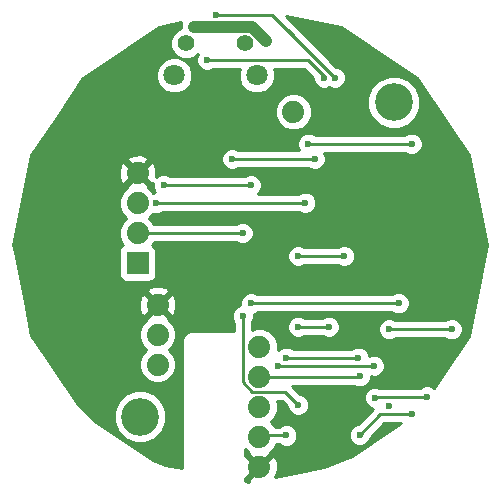
<source format=gbr>
%TF.GenerationSoftware,KiCad,Pcbnew,4.0.2+dfsg1-stable*%
%TF.CreationDate,2018-01-15T17:57:19-07:00*%
%TF.ProjectId,firefly2,66697265666C79322E6B696361645F70,rev?*%
%TF.FileFunction,Copper,L2,Bot,Signal*%
%FSLAX46Y46*%
G04 Gerber Fmt 4.6, Leading zero omitted, Abs format (unit mm)*
G04 Created by KiCad (PCBNEW 4.0.2+dfsg1-stable) date Mon 15 Jan 2018 05:57:19 PM MST*
%MOMM*%
G01*
G04 APERTURE LIST*
%ADD10C,0.100000*%
%ADD11C,1.879600*%
%ADD12C,1.408000*%
%ADD13C,1.800000*%
%ADD14R,1.879600X1.879600*%
%ADD15C,3.200000*%
%ADD16C,0.600000*%
%ADD17C,0.250000*%
%ADD18C,1.000000*%
%ADD19C,0.254000*%
G04 APERTURE END LIST*
D10*
D11*
X152200000Y-73600000D03*
X152200000Y-71060000D03*
X152200000Y-68520000D03*
X160800000Y-72100000D03*
X160800000Y-74640000D03*
X160800000Y-77180000D03*
X160800000Y-79720000D03*
X160800000Y-82260000D03*
D12*
X154600000Y-46400000D03*
X159600000Y-46400000D03*
D13*
X153600000Y-49100000D03*
X160600000Y-49100000D03*
D14*
X150500000Y-65000000D03*
D11*
X150500000Y-62460000D03*
X150500000Y-59920000D03*
X150500000Y-57380000D03*
X163700000Y-52200000D03*
D15*
X150700000Y-78000000D03*
X172200000Y-51400000D03*
D16*
X168000000Y-79500000D03*
X161900000Y-51050000D03*
X151050000Y-55450000D03*
X147850000Y-58650000D03*
X147900000Y-66700000D03*
X149450000Y-70150000D03*
X166500000Y-45150000D03*
X169700000Y-47900000D03*
X177100000Y-55050000D03*
X159500000Y-61000000D03*
X161400000Y-46200000D03*
X155273921Y-44995999D03*
X164964801Y-54900000D03*
X173700000Y-54900000D03*
X173700000Y-77800000D03*
X169300000Y-79550000D03*
X152700000Y-58400000D03*
X160100000Y-58400000D03*
X169300000Y-74600000D03*
X164100000Y-77000000D03*
X159400000Y-69500000D03*
X159400000Y-62450000D03*
X152074980Y-59939155D03*
X164700000Y-59900000D03*
X162400000Y-73700000D03*
X170500000Y-73700000D03*
X163100000Y-79600000D03*
X163100000Y-73000000D03*
X169200000Y-73000000D03*
X158500000Y-56200000D03*
X165500000Y-56200000D03*
X171800000Y-70600000D03*
X177100000Y-70600000D03*
X164074980Y-64400000D03*
X168000000Y-64400000D03*
X164074980Y-70400000D03*
X166700000Y-70400000D03*
X166300000Y-49300000D03*
X156400000Y-47800000D03*
X170600000Y-76400000D03*
X175000000Y-76300000D03*
X160100000Y-68400000D03*
X172600000Y-68400000D03*
X171800000Y-77100000D03*
X157100000Y-43995979D03*
X167200000Y-49300000D03*
D17*
X177100000Y-55050000D02*
X176800001Y-54750001D01*
X176800001Y-54750001D02*
X176749999Y-54750001D01*
D18*
X160195999Y-44995999D02*
X161400000Y-46200000D01*
X155273921Y-44995999D02*
X160195999Y-44995999D01*
D17*
X164964801Y-54900000D02*
X165700000Y-54900000D01*
X165700000Y-54900000D02*
X173700000Y-54900000D01*
X169300000Y-74600000D02*
X169250000Y-74650000D01*
X169250000Y-74650000D02*
X160810000Y-74650000D01*
X160810000Y-74650000D02*
X160800000Y-74640000D01*
X169300000Y-79550000D02*
X171050000Y-77800000D01*
X171050000Y-77800000D02*
X173700000Y-77800000D01*
X160100000Y-58400000D02*
X152700000Y-58400000D01*
X159400000Y-62450000D02*
X150510000Y-62450000D01*
X150510000Y-62450000D02*
X150500000Y-62460000D01*
X159400001Y-70000000D02*
X159400001Y-75111907D01*
X159400001Y-69799999D02*
X159400001Y-70000000D01*
X159400001Y-70000000D02*
X159400000Y-69924264D01*
X159400000Y-69924264D02*
X159400000Y-69500000D01*
X159400001Y-75111907D02*
X160203293Y-75915199D01*
X160203293Y-75915199D02*
X163015199Y-75915199D01*
X163015199Y-75915199D02*
X164100000Y-77000000D01*
X152114135Y-59900000D02*
X152074980Y-59939155D01*
X164700000Y-59900000D02*
X152114135Y-59900000D01*
X170500000Y-73700000D02*
X162400000Y-73700000D01*
X163100000Y-79600000D02*
X160920000Y-79600000D01*
X160920000Y-79600000D02*
X160800000Y-79720000D01*
X169200000Y-73000000D02*
X163100000Y-73000000D01*
X165500000Y-56200000D02*
X158500000Y-56200000D01*
X177100000Y-70600000D02*
X171800000Y-70600000D01*
X168000000Y-64400000D02*
X164074980Y-64400000D01*
X164074980Y-70400000D02*
X166700000Y-70400000D01*
X164900000Y-47800000D02*
X166300000Y-49200000D01*
X166300000Y-49200000D02*
X166300000Y-49300000D01*
X156400000Y-47800000D02*
X164900000Y-47800000D01*
X175000000Y-76300000D02*
X170700000Y-76300000D01*
X170700000Y-76300000D02*
X170600000Y-76400000D01*
X172600000Y-68400000D02*
X160100000Y-68400000D01*
X157524264Y-43995979D02*
X157100000Y-43995979D01*
X161895979Y-43995979D02*
X157524264Y-43995979D01*
X167200000Y-49300000D02*
X161895979Y-43995979D01*
X163200000Y-45300000D02*
X167200000Y-49300000D01*
D19*
G36*
X167685651Y-44993482D02*
X174184276Y-49335724D01*
X178526518Y-55834349D01*
X180051311Y-63500000D01*
X178526518Y-71165651D01*
X175587148Y-75564729D01*
X175530327Y-75507808D01*
X175186799Y-75365162D01*
X174814833Y-75364838D01*
X174471057Y-75506883D01*
X174437882Y-75540000D01*
X170967028Y-75540000D01*
X170786799Y-75465162D01*
X170414833Y-75464838D01*
X170071057Y-75606883D01*
X169807808Y-75869673D01*
X169665162Y-76213201D01*
X169664838Y-76585167D01*
X169806883Y-76928943D01*
X170069673Y-77192192D01*
X170413201Y-77334838D01*
X170440336Y-77334862D01*
X169160320Y-78614878D01*
X169114833Y-78614838D01*
X168771057Y-78756883D01*
X168507808Y-79019673D01*
X168365162Y-79363201D01*
X168364838Y-79735167D01*
X168506883Y-80078943D01*
X168769673Y-80342192D01*
X169113201Y-80484838D01*
X169485167Y-80485162D01*
X169828943Y-80343117D01*
X170092192Y-80080327D01*
X170234838Y-79736799D01*
X170234879Y-79689923D01*
X171364802Y-78560000D01*
X172843730Y-78560000D01*
X168694728Y-81332275D01*
X166323972Y-82277373D01*
X162132214Y-83111166D01*
X162169580Y-83098077D01*
X162386045Y-82510167D01*
X162361049Y-81884172D01*
X162169580Y-81421923D01*
X161908968Y-81330637D01*
X160979605Y-82260000D01*
X160993748Y-82274143D01*
X160814143Y-82453748D01*
X160800000Y-82439605D01*
X159870637Y-83368968D01*
X159920574Y-83511534D01*
X159610000Y-83449757D01*
X159610000Y-83160979D01*
X159691032Y-83189363D01*
X160620395Y-82260000D01*
X159691032Y-81330637D01*
X159610000Y-81359021D01*
X159610000Y-80756971D01*
X159905115Y-81052601D01*
X159870637Y-81151032D01*
X160800000Y-82080395D01*
X161729363Y-81151032D01*
X161694687Y-81052036D01*
X162134272Y-80613217D01*
X162239417Y-80360000D01*
X162537537Y-80360000D01*
X162569673Y-80392192D01*
X162913201Y-80534838D01*
X163285167Y-80535162D01*
X163628943Y-80393117D01*
X163892192Y-80130327D01*
X164034838Y-79786799D01*
X164035162Y-79414833D01*
X163893117Y-79071057D01*
X163630327Y-78807808D01*
X163286799Y-78665162D01*
X162914833Y-78664838D01*
X162571057Y-78806883D01*
X162537882Y-78840000D01*
X162140327Y-78840000D01*
X162135829Y-78829113D01*
X161757104Y-78449727D01*
X162134272Y-78073217D01*
X162374526Y-77494621D01*
X162375073Y-76868127D01*
X162295357Y-76675199D01*
X162700397Y-76675199D01*
X163164878Y-77139680D01*
X163164838Y-77185167D01*
X163306883Y-77528943D01*
X163569673Y-77792192D01*
X163913201Y-77934838D01*
X164285167Y-77935162D01*
X164628943Y-77793117D01*
X164892192Y-77530327D01*
X165034838Y-77186799D01*
X165035162Y-76814833D01*
X164893117Y-76471057D01*
X164630327Y-76207808D01*
X164286799Y-76065162D01*
X164239923Y-76065121D01*
X163584802Y-75410000D01*
X168812559Y-75410000D01*
X169113201Y-75534838D01*
X169485167Y-75535162D01*
X169828943Y-75393117D01*
X170092192Y-75130327D01*
X170234838Y-74786799D01*
X170234999Y-74602365D01*
X170313201Y-74634838D01*
X170685167Y-74635162D01*
X171028943Y-74493117D01*
X171292192Y-74230327D01*
X171434838Y-73886799D01*
X171435162Y-73514833D01*
X171293117Y-73171057D01*
X171030327Y-72907808D01*
X170686799Y-72765162D01*
X170314833Y-72764838D01*
X170135141Y-72839085D01*
X170135162Y-72814833D01*
X169993117Y-72471057D01*
X169730327Y-72207808D01*
X169386799Y-72065162D01*
X169014833Y-72064838D01*
X168671057Y-72206883D01*
X168637882Y-72240000D01*
X163662463Y-72240000D01*
X163630327Y-72207808D01*
X163286799Y-72065162D01*
X162914833Y-72064838D01*
X162571057Y-72206883D01*
X162374536Y-72403061D01*
X162375073Y-71788127D01*
X162135829Y-71209113D01*
X161693217Y-70765728D01*
X161258378Y-70585167D01*
X163139818Y-70585167D01*
X163281863Y-70928943D01*
X163544653Y-71192192D01*
X163888181Y-71334838D01*
X164260147Y-71335162D01*
X164603923Y-71193117D01*
X164637098Y-71160000D01*
X166137537Y-71160000D01*
X166169673Y-71192192D01*
X166513201Y-71334838D01*
X166885167Y-71335162D01*
X167228943Y-71193117D01*
X167492192Y-70930327D01*
X167552467Y-70785167D01*
X170864838Y-70785167D01*
X171006883Y-71128943D01*
X171269673Y-71392192D01*
X171613201Y-71534838D01*
X171985167Y-71535162D01*
X172328943Y-71393117D01*
X172362118Y-71360000D01*
X176537537Y-71360000D01*
X176569673Y-71392192D01*
X176913201Y-71534838D01*
X177285167Y-71535162D01*
X177628943Y-71393117D01*
X177892192Y-71130327D01*
X178034838Y-70786799D01*
X178035162Y-70414833D01*
X177893117Y-70071057D01*
X177630327Y-69807808D01*
X177286799Y-69665162D01*
X176914833Y-69664838D01*
X176571057Y-69806883D01*
X176537882Y-69840000D01*
X172362463Y-69840000D01*
X172330327Y-69807808D01*
X171986799Y-69665162D01*
X171614833Y-69664838D01*
X171271057Y-69806883D01*
X171007808Y-70069673D01*
X170865162Y-70413201D01*
X170864838Y-70785167D01*
X167552467Y-70785167D01*
X167634838Y-70586799D01*
X167635162Y-70214833D01*
X167493117Y-69871057D01*
X167230327Y-69607808D01*
X166886799Y-69465162D01*
X166514833Y-69464838D01*
X166171057Y-69606883D01*
X166137882Y-69640000D01*
X164637443Y-69640000D01*
X164605307Y-69607808D01*
X164261779Y-69465162D01*
X163889813Y-69464838D01*
X163546037Y-69606883D01*
X163282788Y-69869673D01*
X163140142Y-70213201D01*
X163139818Y-70585167D01*
X161258378Y-70585167D01*
X161114621Y-70525474D01*
X160488127Y-70524927D01*
X160160001Y-70660506D01*
X160160001Y-70062462D01*
X160192192Y-70030327D01*
X160334838Y-69686799D01*
X160335162Y-69314833D01*
X160335046Y-69314552D01*
X160628943Y-69193117D01*
X160662118Y-69160000D01*
X172037537Y-69160000D01*
X172069673Y-69192192D01*
X172413201Y-69334838D01*
X172785167Y-69335162D01*
X173128943Y-69193117D01*
X173392192Y-68930327D01*
X173534838Y-68586799D01*
X173535162Y-68214833D01*
X173393117Y-67871057D01*
X173130327Y-67607808D01*
X172786799Y-67465162D01*
X172414833Y-67464838D01*
X172071057Y-67606883D01*
X172037882Y-67640000D01*
X160662463Y-67640000D01*
X160630327Y-67607808D01*
X160286799Y-67465162D01*
X159914833Y-67464838D01*
X159571057Y-67606883D01*
X159307808Y-67869673D01*
X159165162Y-68213201D01*
X159164838Y-68585167D01*
X159164954Y-68585448D01*
X158871057Y-68706883D01*
X158607808Y-68969673D01*
X158465162Y-69313201D01*
X158464838Y-69685167D01*
X158606883Y-70028943D01*
X158640001Y-70062119D01*
X158640001Y-70790000D01*
X155000000Y-70790000D01*
X154728295Y-70844046D01*
X154497954Y-70997954D01*
X154344046Y-71228295D01*
X154290000Y-71500000D01*
X154290000Y-82391543D01*
X152863302Y-82107755D01*
X151813483Y-81645123D01*
X147020597Y-78442619D01*
X148464613Y-78442619D01*
X148804155Y-79264372D01*
X149432321Y-79893636D01*
X150253481Y-80234611D01*
X151142619Y-80235387D01*
X151964372Y-79895845D01*
X152593636Y-79267679D01*
X152934611Y-78446519D01*
X152935387Y-77557381D01*
X152595845Y-76735628D01*
X151967679Y-76106364D01*
X151146519Y-75765389D01*
X150257381Y-75764613D01*
X149435628Y-76104155D01*
X148806364Y-76732321D01*
X148465389Y-77553481D01*
X148464613Y-78442619D01*
X147020597Y-78442619D01*
X146793326Y-78290762D01*
X145332456Y-76881150D01*
X141651276Y-71371873D01*
X150624927Y-71371873D01*
X150864171Y-71950887D01*
X151242896Y-72330273D01*
X150865728Y-72706783D01*
X150625474Y-73285379D01*
X150624927Y-73911873D01*
X150864171Y-74490887D01*
X151306783Y-74934272D01*
X151885379Y-75174526D01*
X152511873Y-75175073D01*
X153090887Y-74935829D01*
X153534272Y-74493217D01*
X153774526Y-73914621D01*
X153775073Y-73288127D01*
X153535829Y-72709113D01*
X153157104Y-72329727D01*
X153534272Y-71953217D01*
X153774526Y-71374621D01*
X153775073Y-70748127D01*
X153535829Y-70169113D01*
X153094885Y-69727399D01*
X153129363Y-69628968D01*
X152200000Y-68699605D01*
X151270637Y-69628968D01*
X151305313Y-69727964D01*
X150865728Y-70166783D01*
X150625474Y-70745379D01*
X150624927Y-71371873D01*
X141651276Y-71371873D01*
X141513482Y-71165651D01*
X140937469Y-68269833D01*
X150613955Y-68269833D01*
X150638951Y-68895828D01*
X150830420Y-69358077D01*
X151091032Y-69449363D01*
X152020395Y-68520000D01*
X152379605Y-68520000D01*
X153308968Y-69449363D01*
X153569580Y-69358077D01*
X153786045Y-68770167D01*
X153761049Y-68144172D01*
X153569580Y-67681923D01*
X153308968Y-67590637D01*
X152379605Y-68520000D01*
X152020395Y-68520000D01*
X151091032Y-67590637D01*
X150830420Y-67681923D01*
X150613955Y-68269833D01*
X140937469Y-68269833D01*
X140766643Y-67411032D01*
X151270637Y-67411032D01*
X152200000Y-68340395D01*
X153129363Y-67411032D01*
X153038077Y-67150420D01*
X152450167Y-66933955D01*
X151824172Y-66958951D01*
X151361923Y-67150420D01*
X151270637Y-67411032D01*
X140766643Y-67411032D01*
X140100120Y-64060200D01*
X148912760Y-64060200D01*
X148912760Y-65939800D01*
X148957038Y-66175117D01*
X149096110Y-66391241D01*
X149308310Y-66536231D01*
X149560200Y-66587240D01*
X151439800Y-66587240D01*
X151675117Y-66542962D01*
X151891241Y-66403890D01*
X152036231Y-66191690D01*
X152087240Y-65939800D01*
X152087240Y-64585167D01*
X163139818Y-64585167D01*
X163281863Y-64928943D01*
X163544653Y-65192192D01*
X163888181Y-65334838D01*
X164260147Y-65335162D01*
X164603923Y-65193117D01*
X164637098Y-65160000D01*
X167437537Y-65160000D01*
X167469673Y-65192192D01*
X167813201Y-65334838D01*
X168185167Y-65335162D01*
X168528943Y-65193117D01*
X168792192Y-64930327D01*
X168934838Y-64586799D01*
X168935162Y-64214833D01*
X168793117Y-63871057D01*
X168530327Y-63607808D01*
X168186799Y-63465162D01*
X167814833Y-63464838D01*
X167471057Y-63606883D01*
X167437882Y-63640000D01*
X164637443Y-63640000D01*
X164605307Y-63607808D01*
X164261779Y-63465162D01*
X163889813Y-63464838D01*
X163546037Y-63606883D01*
X163282788Y-63869673D01*
X163140142Y-64213201D01*
X163139818Y-64585167D01*
X152087240Y-64585167D01*
X152087240Y-64060200D01*
X152042962Y-63824883D01*
X151903890Y-63608759D01*
X151710590Y-63476683D01*
X151834272Y-63353217D01*
X151893741Y-63210000D01*
X158837537Y-63210000D01*
X158869673Y-63242192D01*
X159213201Y-63384838D01*
X159585167Y-63385162D01*
X159928943Y-63243117D01*
X160192192Y-62980327D01*
X160334838Y-62636799D01*
X160335162Y-62264833D01*
X160193117Y-61921057D01*
X159930327Y-61657808D01*
X159586799Y-61515162D01*
X159214833Y-61514838D01*
X158871057Y-61656883D01*
X158837882Y-61690000D01*
X151885779Y-61690000D01*
X151835829Y-61569113D01*
X151457104Y-61189727D01*
X151807112Y-60840330D01*
X151888181Y-60873993D01*
X152260147Y-60874317D01*
X152603923Y-60732272D01*
X152676321Y-60660000D01*
X164137537Y-60660000D01*
X164169673Y-60692192D01*
X164513201Y-60834838D01*
X164885167Y-60835162D01*
X165228943Y-60693117D01*
X165492192Y-60430327D01*
X165634838Y-60086799D01*
X165635162Y-59714833D01*
X165493117Y-59371057D01*
X165230327Y-59107808D01*
X164886799Y-58965162D01*
X164514833Y-58964838D01*
X164171057Y-59106883D01*
X164137882Y-59140000D01*
X160682153Y-59140000D01*
X160892192Y-58930327D01*
X161034838Y-58586799D01*
X161035162Y-58214833D01*
X160893117Y-57871057D01*
X160630327Y-57607808D01*
X160286799Y-57465162D01*
X159914833Y-57464838D01*
X159571057Y-57606883D01*
X159537882Y-57640000D01*
X153262463Y-57640000D01*
X153230327Y-57607808D01*
X152886799Y-57465162D01*
X152514833Y-57464838D01*
X152171057Y-57606883D01*
X152050195Y-57727534D01*
X152086045Y-57630167D01*
X152061049Y-57004172D01*
X151869580Y-56541923D01*
X151608968Y-56450637D01*
X150679605Y-57380000D01*
X151608968Y-58309363D01*
X151765126Y-58254665D01*
X151764838Y-58585167D01*
X151906883Y-58928943D01*
X151981882Y-59004073D01*
X151889813Y-59003993D01*
X151833840Y-59027121D01*
X151394885Y-58587399D01*
X151429363Y-58488968D01*
X150500000Y-57559605D01*
X149570637Y-58488968D01*
X149605313Y-58587964D01*
X149165728Y-59026783D01*
X148925474Y-59605379D01*
X148924927Y-60231873D01*
X149164171Y-60810887D01*
X149542896Y-61190273D01*
X149165728Y-61566783D01*
X148925474Y-62145379D01*
X148924927Y-62771873D01*
X149164171Y-63350887D01*
X149291549Y-63478488D01*
X149108759Y-63596110D01*
X148963769Y-63808310D01*
X148912760Y-64060200D01*
X140100120Y-64060200D01*
X139988689Y-63500000D01*
X141255794Y-57129833D01*
X148913955Y-57129833D01*
X148938951Y-57755828D01*
X149130420Y-58218077D01*
X149391032Y-58309363D01*
X150320395Y-57380000D01*
X149391032Y-56450637D01*
X149130420Y-56541923D01*
X148913955Y-57129833D01*
X141255794Y-57129833D01*
X141426620Y-56271032D01*
X149570637Y-56271032D01*
X150500000Y-57200395D01*
X151315228Y-56385167D01*
X157564838Y-56385167D01*
X157706883Y-56728943D01*
X157969673Y-56992192D01*
X158313201Y-57134838D01*
X158685167Y-57135162D01*
X159028943Y-56993117D01*
X159062118Y-56960000D01*
X164937537Y-56960000D01*
X164969673Y-56992192D01*
X165313201Y-57134838D01*
X165685167Y-57135162D01*
X166028943Y-56993117D01*
X166292192Y-56730327D01*
X166434838Y-56386799D01*
X166435162Y-56014833D01*
X166293117Y-55671057D01*
X166282079Y-55660000D01*
X173137537Y-55660000D01*
X173169673Y-55692192D01*
X173513201Y-55834838D01*
X173885167Y-55835162D01*
X174228943Y-55693117D01*
X174492192Y-55430327D01*
X174634838Y-55086799D01*
X174635162Y-54714833D01*
X174493117Y-54371057D01*
X174230327Y-54107808D01*
X173886799Y-53965162D01*
X173514833Y-53964838D01*
X173171057Y-54106883D01*
X173137882Y-54140000D01*
X165527264Y-54140000D01*
X165495128Y-54107808D01*
X165151600Y-53965162D01*
X164779634Y-53964838D01*
X164435858Y-54106883D01*
X164172609Y-54369673D01*
X164029963Y-54713201D01*
X164029639Y-55085167D01*
X164171684Y-55428943D01*
X164182722Y-55440000D01*
X159062463Y-55440000D01*
X159030327Y-55407808D01*
X158686799Y-55265162D01*
X158314833Y-55264838D01*
X157971057Y-55406883D01*
X157707808Y-55669673D01*
X157565162Y-56013201D01*
X157564838Y-56385167D01*
X151315228Y-56385167D01*
X151429363Y-56271032D01*
X151338077Y-56010420D01*
X150750167Y-55793955D01*
X150124172Y-55818951D01*
X149661923Y-56010420D01*
X149570637Y-56271032D01*
X141426620Y-56271032D01*
X141513482Y-55834349D01*
X143733489Y-52511873D01*
X162124927Y-52511873D01*
X162364171Y-53090887D01*
X162806783Y-53534272D01*
X163385379Y-53774526D01*
X164011873Y-53775073D01*
X164590887Y-53535829D01*
X165034272Y-53093217D01*
X165274526Y-52514621D01*
X165275073Y-51888127D01*
X165256270Y-51842619D01*
X169964613Y-51842619D01*
X170304155Y-52664372D01*
X170932321Y-53293636D01*
X171753481Y-53634611D01*
X172642619Y-53635387D01*
X173464372Y-53295845D01*
X174093636Y-52667679D01*
X174434611Y-51846519D01*
X174435387Y-50957381D01*
X174095845Y-50135628D01*
X173467679Y-49506364D01*
X172646519Y-49165389D01*
X171757381Y-49164613D01*
X170935628Y-49504155D01*
X170306364Y-50132321D01*
X169965389Y-50953481D01*
X169964613Y-51842619D01*
X165256270Y-51842619D01*
X165035829Y-51309113D01*
X164593217Y-50865728D01*
X164014621Y-50625474D01*
X163388127Y-50624927D01*
X162809113Y-50864171D01*
X162365728Y-51306783D01*
X162125474Y-51885379D01*
X162124927Y-52511873D01*
X143733489Y-52511873D01*
X145810109Y-49403991D01*
X152064735Y-49403991D01*
X152297932Y-49968371D01*
X152729357Y-50400551D01*
X153293330Y-50634733D01*
X153903991Y-50635265D01*
X154468371Y-50402068D01*
X154900551Y-49970643D01*
X155134733Y-49406670D01*
X155135265Y-48796009D01*
X154902068Y-48231629D01*
X154470643Y-47799449D01*
X153906670Y-47565267D01*
X153296009Y-47564735D01*
X152731629Y-47797932D01*
X152299449Y-48229357D01*
X152065267Y-48793330D01*
X152064735Y-49403991D01*
X145810109Y-49403991D01*
X145855724Y-49335724D01*
X152354349Y-44993482D01*
X154212960Y-44623781D01*
X154138921Y-44995999D01*
X154165704Y-45130647D01*
X153842508Y-45264189D01*
X153465513Y-45640527D01*
X153261233Y-46132488D01*
X153260768Y-46665175D01*
X153464189Y-47157492D01*
X153840527Y-47534487D01*
X154332488Y-47738767D01*
X154865175Y-47739232D01*
X155357492Y-47535811D01*
X155596277Y-47297442D01*
X155465162Y-47613201D01*
X155464838Y-47985167D01*
X155606883Y-48328943D01*
X155869673Y-48592192D01*
X156213201Y-48734838D01*
X156585167Y-48735162D01*
X156928943Y-48593117D01*
X156962118Y-48560000D01*
X159162154Y-48560000D01*
X159065267Y-48793330D01*
X159064735Y-49403991D01*
X159297932Y-49968371D01*
X159729357Y-50400551D01*
X160293330Y-50634733D01*
X160903991Y-50635265D01*
X161468371Y-50402068D01*
X161900551Y-49970643D01*
X162134733Y-49406670D01*
X162135265Y-48796009D01*
X162037748Y-48560000D01*
X164585198Y-48560000D01*
X165364965Y-49339767D01*
X165364838Y-49485167D01*
X165506883Y-49828943D01*
X165769673Y-50092192D01*
X166113201Y-50234838D01*
X166485167Y-50235162D01*
X166750228Y-50125641D01*
X167013201Y-50234838D01*
X167385167Y-50235162D01*
X167728943Y-50093117D01*
X167992192Y-49830327D01*
X168134838Y-49486799D01*
X168135162Y-49114833D01*
X167993117Y-48771057D01*
X167730327Y-48507808D01*
X167386799Y-48365162D01*
X167339923Y-48365121D01*
X163045251Y-44070449D01*
X167685651Y-44993482D01*
X167685651Y-44993482D01*
G37*
X167685651Y-44993482D02*
X174184276Y-49335724D01*
X178526518Y-55834349D01*
X180051311Y-63500000D01*
X178526518Y-71165651D01*
X175587148Y-75564729D01*
X175530327Y-75507808D01*
X175186799Y-75365162D01*
X174814833Y-75364838D01*
X174471057Y-75506883D01*
X174437882Y-75540000D01*
X170967028Y-75540000D01*
X170786799Y-75465162D01*
X170414833Y-75464838D01*
X170071057Y-75606883D01*
X169807808Y-75869673D01*
X169665162Y-76213201D01*
X169664838Y-76585167D01*
X169806883Y-76928943D01*
X170069673Y-77192192D01*
X170413201Y-77334838D01*
X170440336Y-77334862D01*
X169160320Y-78614878D01*
X169114833Y-78614838D01*
X168771057Y-78756883D01*
X168507808Y-79019673D01*
X168365162Y-79363201D01*
X168364838Y-79735167D01*
X168506883Y-80078943D01*
X168769673Y-80342192D01*
X169113201Y-80484838D01*
X169485167Y-80485162D01*
X169828943Y-80343117D01*
X170092192Y-80080327D01*
X170234838Y-79736799D01*
X170234879Y-79689923D01*
X171364802Y-78560000D01*
X172843730Y-78560000D01*
X168694728Y-81332275D01*
X166323972Y-82277373D01*
X162132214Y-83111166D01*
X162169580Y-83098077D01*
X162386045Y-82510167D01*
X162361049Y-81884172D01*
X162169580Y-81421923D01*
X161908968Y-81330637D01*
X160979605Y-82260000D01*
X160993748Y-82274143D01*
X160814143Y-82453748D01*
X160800000Y-82439605D01*
X159870637Y-83368968D01*
X159920574Y-83511534D01*
X159610000Y-83449757D01*
X159610000Y-83160979D01*
X159691032Y-83189363D01*
X160620395Y-82260000D01*
X159691032Y-81330637D01*
X159610000Y-81359021D01*
X159610000Y-80756971D01*
X159905115Y-81052601D01*
X159870637Y-81151032D01*
X160800000Y-82080395D01*
X161729363Y-81151032D01*
X161694687Y-81052036D01*
X162134272Y-80613217D01*
X162239417Y-80360000D01*
X162537537Y-80360000D01*
X162569673Y-80392192D01*
X162913201Y-80534838D01*
X163285167Y-80535162D01*
X163628943Y-80393117D01*
X163892192Y-80130327D01*
X164034838Y-79786799D01*
X164035162Y-79414833D01*
X163893117Y-79071057D01*
X163630327Y-78807808D01*
X163286799Y-78665162D01*
X162914833Y-78664838D01*
X162571057Y-78806883D01*
X162537882Y-78840000D01*
X162140327Y-78840000D01*
X162135829Y-78829113D01*
X161757104Y-78449727D01*
X162134272Y-78073217D01*
X162374526Y-77494621D01*
X162375073Y-76868127D01*
X162295357Y-76675199D01*
X162700397Y-76675199D01*
X163164878Y-77139680D01*
X163164838Y-77185167D01*
X163306883Y-77528943D01*
X163569673Y-77792192D01*
X163913201Y-77934838D01*
X164285167Y-77935162D01*
X164628943Y-77793117D01*
X164892192Y-77530327D01*
X165034838Y-77186799D01*
X165035162Y-76814833D01*
X164893117Y-76471057D01*
X164630327Y-76207808D01*
X164286799Y-76065162D01*
X164239923Y-76065121D01*
X163584802Y-75410000D01*
X168812559Y-75410000D01*
X169113201Y-75534838D01*
X169485167Y-75535162D01*
X169828943Y-75393117D01*
X170092192Y-75130327D01*
X170234838Y-74786799D01*
X170234999Y-74602365D01*
X170313201Y-74634838D01*
X170685167Y-74635162D01*
X171028943Y-74493117D01*
X171292192Y-74230327D01*
X171434838Y-73886799D01*
X171435162Y-73514833D01*
X171293117Y-73171057D01*
X171030327Y-72907808D01*
X170686799Y-72765162D01*
X170314833Y-72764838D01*
X170135141Y-72839085D01*
X170135162Y-72814833D01*
X169993117Y-72471057D01*
X169730327Y-72207808D01*
X169386799Y-72065162D01*
X169014833Y-72064838D01*
X168671057Y-72206883D01*
X168637882Y-72240000D01*
X163662463Y-72240000D01*
X163630327Y-72207808D01*
X163286799Y-72065162D01*
X162914833Y-72064838D01*
X162571057Y-72206883D01*
X162374536Y-72403061D01*
X162375073Y-71788127D01*
X162135829Y-71209113D01*
X161693217Y-70765728D01*
X161258378Y-70585167D01*
X163139818Y-70585167D01*
X163281863Y-70928943D01*
X163544653Y-71192192D01*
X163888181Y-71334838D01*
X164260147Y-71335162D01*
X164603923Y-71193117D01*
X164637098Y-71160000D01*
X166137537Y-71160000D01*
X166169673Y-71192192D01*
X166513201Y-71334838D01*
X166885167Y-71335162D01*
X167228943Y-71193117D01*
X167492192Y-70930327D01*
X167552467Y-70785167D01*
X170864838Y-70785167D01*
X171006883Y-71128943D01*
X171269673Y-71392192D01*
X171613201Y-71534838D01*
X171985167Y-71535162D01*
X172328943Y-71393117D01*
X172362118Y-71360000D01*
X176537537Y-71360000D01*
X176569673Y-71392192D01*
X176913201Y-71534838D01*
X177285167Y-71535162D01*
X177628943Y-71393117D01*
X177892192Y-71130327D01*
X178034838Y-70786799D01*
X178035162Y-70414833D01*
X177893117Y-70071057D01*
X177630327Y-69807808D01*
X177286799Y-69665162D01*
X176914833Y-69664838D01*
X176571057Y-69806883D01*
X176537882Y-69840000D01*
X172362463Y-69840000D01*
X172330327Y-69807808D01*
X171986799Y-69665162D01*
X171614833Y-69664838D01*
X171271057Y-69806883D01*
X171007808Y-70069673D01*
X170865162Y-70413201D01*
X170864838Y-70785167D01*
X167552467Y-70785167D01*
X167634838Y-70586799D01*
X167635162Y-70214833D01*
X167493117Y-69871057D01*
X167230327Y-69607808D01*
X166886799Y-69465162D01*
X166514833Y-69464838D01*
X166171057Y-69606883D01*
X166137882Y-69640000D01*
X164637443Y-69640000D01*
X164605307Y-69607808D01*
X164261779Y-69465162D01*
X163889813Y-69464838D01*
X163546037Y-69606883D01*
X163282788Y-69869673D01*
X163140142Y-70213201D01*
X163139818Y-70585167D01*
X161258378Y-70585167D01*
X161114621Y-70525474D01*
X160488127Y-70524927D01*
X160160001Y-70660506D01*
X160160001Y-70062462D01*
X160192192Y-70030327D01*
X160334838Y-69686799D01*
X160335162Y-69314833D01*
X160335046Y-69314552D01*
X160628943Y-69193117D01*
X160662118Y-69160000D01*
X172037537Y-69160000D01*
X172069673Y-69192192D01*
X172413201Y-69334838D01*
X172785167Y-69335162D01*
X173128943Y-69193117D01*
X173392192Y-68930327D01*
X173534838Y-68586799D01*
X173535162Y-68214833D01*
X173393117Y-67871057D01*
X173130327Y-67607808D01*
X172786799Y-67465162D01*
X172414833Y-67464838D01*
X172071057Y-67606883D01*
X172037882Y-67640000D01*
X160662463Y-67640000D01*
X160630327Y-67607808D01*
X160286799Y-67465162D01*
X159914833Y-67464838D01*
X159571057Y-67606883D01*
X159307808Y-67869673D01*
X159165162Y-68213201D01*
X159164838Y-68585167D01*
X159164954Y-68585448D01*
X158871057Y-68706883D01*
X158607808Y-68969673D01*
X158465162Y-69313201D01*
X158464838Y-69685167D01*
X158606883Y-70028943D01*
X158640001Y-70062119D01*
X158640001Y-70790000D01*
X155000000Y-70790000D01*
X154728295Y-70844046D01*
X154497954Y-70997954D01*
X154344046Y-71228295D01*
X154290000Y-71500000D01*
X154290000Y-82391543D01*
X152863302Y-82107755D01*
X151813483Y-81645123D01*
X147020597Y-78442619D01*
X148464613Y-78442619D01*
X148804155Y-79264372D01*
X149432321Y-79893636D01*
X150253481Y-80234611D01*
X151142619Y-80235387D01*
X151964372Y-79895845D01*
X152593636Y-79267679D01*
X152934611Y-78446519D01*
X152935387Y-77557381D01*
X152595845Y-76735628D01*
X151967679Y-76106364D01*
X151146519Y-75765389D01*
X150257381Y-75764613D01*
X149435628Y-76104155D01*
X148806364Y-76732321D01*
X148465389Y-77553481D01*
X148464613Y-78442619D01*
X147020597Y-78442619D01*
X146793326Y-78290762D01*
X145332456Y-76881150D01*
X141651276Y-71371873D01*
X150624927Y-71371873D01*
X150864171Y-71950887D01*
X151242896Y-72330273D01*
X150865728Y-72706783D01*
X150625474Y-73285379D01*
X150624927Y-73911873D01*
X150864171Y-74490887D01*
X151306783Y-74934272D01*
X151885379Y-75174526D01*
X152511873Y-75175073D01*
X153090887Y-74935829D01*
X153534272Y-74493217D01*
X153774526Y-73914621D01*
X153775073Y-73288127D01*
X153535829Y-72709113D01*
X153157104Y-72329727D01*
X153534272Y-71953217D01*
X153774526Y-71374621D01*
X153775073Y-70748127D01*
X153535829Y-70169113D01*
X153094885Y-69727399D01*
X153129363Y-69628968D01*
X152200000Y-68699605D01*
X151270637Y-69628968D01*
X151305313Y-69727964D01*
X150865728Y-70166783D01*
X150625474Y-70745379D01*
X150624927Y-71371873D01*
X141651276Y-71371873D01*
X141513482Y-71165651D01*
X140937469Y-68269833D01*
X150613955Y-68269833D01*
X150638951Y-68895828D01*
X150830420Y-69358077D01*
X151091032Y-69449363D01*
X152020395Y-68520000D01*
X152379605Y-68520000D01*
X153308968Y-69449363D01*
X153569580Y-69358077D01*
X153786045Y-68770167D01*
X153761049Y-68144172D01*
X153569580Y-67681923D01*
X153308968Y-67590637D01*
X152379605Y-68520000D01*
X152020395Y-68520000D01*
X151091032Y-67590637D01*
X150830420Y-67681923D01*
X150613955Y-68269833D01*
X140937469Y-68269833D01*
X140766643Y-67411032D01*
X151270637Y-67411032D01*
X152200000Y-68340395D01*
X153129363Y-67411032D01*
X153038077Y-67150420D01*
X152450167Y-66933955D01*
X151824172Y-66958951D01*
X151361923Y-67150420D01*
X151270637Y-67411032D01*
X140766643Y-67411032D01*
X140100120Y-64060200D01*
X148912760Y-64060200D01*
X148912760Y-65939800D01*
X148957038Y-66175117D01*
X149096110Y-66391241D01*
X149308310Y-66536231D01*
X149560200Y-66587240D01*
X151439800Y-66587240D01*
X151675117Y-66542962D01*
X151891241Y-66403890D01*
X152036231Y-66191690D01*
X152087240Y-65939800D01*
X152087240Y-64585167D01*
X163139818Y-64585167D01*
X163281863Y-64928943D01*
X163544653Y-65192192D01*
X163888181Y-65334838D01*
X164260147Y-65335162D01*
X164603923Y-65193117D01*
X164637098Y-65160000D01*
X167437537Y-65160000D01*
X167469673Y-65192192D01*
X167813201Y-65334838D01*
X168185167Y-65335162D01*
X168528943Y-65193117D01*
X168792192Y-64930327D01*
X168934838Y-64586799D01*
X168935162Y-64214833D01*
X168793117Y-63871057D01*
X168530327Y-63607808D01*
X168186799Y-63465162D01*
X167814833Y-63464838D01*
X167471057Y-63606883D01*
X167437882Y-63640000D01*
X164637443Y-63640000D01*
X164605307Y-63607808D01*
X164261779Y-63465162D01*
X163889813Y-63464838D01*
X163546037Y-63606883D01*
X163282788Y-63869673D01*
X163140142Y-64213201D01*
X163139818Y-64585167D01*
X152087240Y-64585167D01*
X152087240Y-64060200D01*
X152042962Y-63824883D01*
X151903890Y-63608759D01*
X151710590Y-63476683D01*
X151834272Y-63353217D01*
X151893741Y-63210000D01*
X158837537Y-63210000D01*
X158869673Y-63242192D01*
X159213201Y-63384838D01*
X159585167Y-63385162D01*
X159928943Y-63243117D01*
X160192192Y-62980327D01*
X160334838Y-62636799D01*
X160335162Y-62264833D01*
X160193117Y-61921057D01*
X159930327Y-61657808D01*
X159586799Y-61515162D01*
X159214833Y-61514838D01*
X158871057Y-61656883D01*
X158837882Y-61690000D01*
X151885779Y-61690000D01*
X151835829Y-61569113D01*
X151457104Y-61189727D01*
X151807112Y-60840330D01*
X151888181Y-60873993D01*
X152260147Y-60874317D01*
X152603923Y-60732272D01*
X152676321Y-60660000D01*
X164137537Y-60660000D01*
X164169673Y-60692192D01*
X164513201Y-60834838D01*
X164885167Y-60835162D01*
X165228943Y-60693117D01*
X165492192Y-60430327D01*
X165634838Y-60086799D01*
X165635162Y-59714833D01*
X165493117Y-59371057D01*
X165230327Y-59107808D01*
X164886799Y-58965162D01*
X164514833Y-58964838D01*
X164171057Y-59106883D01*
X164137882Y-59140000D01*
X160682153Y-59140000D01*
X160892192Y-58930327D01*
X161034838Y-58586799D01*
X161035162Y-58214833D01*
X160893117Y-57871057D01*
X160630327Y-57607808D01*
X160286799Y-57465162D01*
X159914833Y-57464838D01*
X159571057Y-57606883D01*
X159537882Y-57640000D01*
X153262463Y-57640000D01*
X153230327Y-57607808D01*
X152886799Y-57465162D01*
X152514833Y-57464838D01*
X152171057Y-57606883D01*
X152050195Y-57727534D01*
X152086045Y-57630167D01*
X152061049Y-57004172D01*
X151869580Y-56541923D01*
X151608968Y-56450637D01*
X150679605Y-57380000D01*
X151608968Y-58309363D01*
X151765126Y-58254665D01*
X151764838Y-58585167D01*
X151906883Y-58928943D01*
X151981882Y-59004073D01*
X151889813Y-59003993D01*
X151833840Y-59027121D01*
X151394885Y-58587399D01*
X151429363Y-58488968D01*
X150500000Y-57559605D01*
X149570637Y-58488968D01*
X149605313Y-58587964D01*
X149165728Y-59026783D01*
X148925474Y-59605379D01*
X148924927Y-60231873D01*
X149164171Y-60810887D01*
X149542896Y-61190273D01*
X149165728Y-61566783D01*
X148925474Y-62145379D01*
X148924927Y-62771873D01*
X149164171Y-63350887D01*
X149291549Y-63478488D01*
X149108759Y-63596110D01*
X148963769Y-63808310D01*
X148912760Y-64060200D01*
X140100120Y-64060200D01*
X139988689Y-63500000D01*
X141255794Y-57129833D01*
X148913955Y-57129833D01*
X148938951Y-57755828D01*
X149130420Y-58218077D01*
X149391032Y-58309363D01*
X150320395Y-57380000D01*
X149391032Y-56450637D01*
X149130420Y-56541923D01*
X148913955Y-57129833D01*
X141255794Y-57129833D01*
X141426620Y-56271032D01*
X149570637Y-56271032D01*
X150500000Y-57200395D01*
X151315228Y-56385167D01*
X157564838Y-56385167D01*
X157706883Y-56728943D01*
X157969673Y-56992192D01*
X158313201Y-57134838D01*
X158685167Y-57135162D01*
X159028943Y-56993117D01*
X159062118Y-56960000D01*
X164937537Y-56960000D01*
X164969673Y-56992192D01*
X165313201Y-57134838D01*
X165685167Y-57135162D01*
X166028943Y-56993117D01*
X166292192Y-56730327D01*
X166434838Y-56386799D01*
X166435162Y-56014833D01*
X166293117Y-55671057D01*
X166282079Y-55660000D01*
X173137537Y-55660000D01*
X173169673Y-55692192D01*
X173513201Y-55834838D01*
X173885167Y-55835162D01*
X174228943Y-55693117D01*
X174492192Y-55430327D01*
X174634838Y-55086799D01*
X174635162Y-54714833D01*
X174493117Y-54371057D01*
X174230327Y-54107808D01*
X173886799Y-53965162D01*
X173514833Y-53964838D01*
X173171057Y-54106883D01*
X173137882Y-54140000D01*
X165527264Y-54140000D01*
X165495128Y-54107808D01*
X165151600Y-53965162D01*
X164779634Y-53964838D01*
X164435858Y-54106883D01*
X164172609Y-54369673D01*
X164029963Y-54713201D01*
X164029639Y-55085167D01*
X164171684Y-55428943D01*
X164182722Y-55440000D01*
X159062463Y-55440000D01*
X159030327Y-55407808D01*
X158686799Y-55265162D01*
X158314833Y-55264838D01*
X157971057Y-55406883D01*
X157707808Y-55669673D01*
X157565162Y-56013201D01*
X157564838Y-56385167D01*
X151315228Y-56385167D01*
X151429363Y-56271032D01*
X151338077Y-56010420D01*
X150750167Y-55793955D01*
X150124172Y-55818951D01*
X149661923Y-56010420D01*
X149570637Y-56271032D01*
X141426620Y-56271032D01*
X141513482Y-55834349D01*
X143733489Y-52511873D01*
X162124927Y-52511873D01*
X162364171Y-53090887D01*
X162806783Y-53534272D01*
X163385379Y-53774526D01*
X164011873Y-53775073D01*
X164590887Y-53535829D01*
X165034272Y-53093217D01*
X165274526Y-52514621D01*
X165275073Y-51888127D01*
X165256270Y-51842619D01*
X169964613Y-51842619D01*
X170304155Y-52664372D01*
X170932321Y-53293636D01*
X171753481Y-53634611D01*
X172642619Y-53635387D01*
X173464372Y-53295845D01*
X174093636Y-52667679D01*
X174434611Y-51846519D01*
X174435387Y-50957381D01*
X174095845Y-50135628D01*
X173467679Y-49506364D01*
X172646519Y-49165389D01*
X171757381Y-49164613D01*
X170935628Y-49504155D01*
X170306364Y-50132321D01*
X169965389Y-50953481D01*
X169964613Y-51842619D01*
X165256270Y-51842619D01*
X165035829Y-51309113D01*
X164593217Y-50865728D01*
X164014621Y-50625474D01*
X163388127Y-50624927D01*
X162809113Y-50864171D01*
X162365728Y-51306783D01*
X162125474Y-51885379D01*
X162124927Y-52511873D01*
X143733489Y-52511873D01*
X145810109Y-49403991D01*
X152064735Y-49403991D01*
X152297932Y-49968371D01*
X152729357Y-50400551D01*
X153293330Y-50634733D01*
X153903991Y-50635265D01*
X154468371Y-50402068D01*
X154900551Y-49970643D01*
X155134733Y-49406670D01*
X155135265Y-48796009D01*
X154902068Y-48231629D01*
X154470643Y-47799449D01*
X153906670Y-47565267D01*
X153296009Y-47564735D01*
X152731629Y-47797932D01*
X152299449Y-48229357D01*
X152065267Y-48793330D01*
X152064735Y-49403991D01*
X145810109Y-49403991D01*
X145855724Y-49335724D01*
X152354349Y-44993482D01*
X154212960Y-44623781D01*
X154138921Y-44995999D01*
X154165704Y-45130647D01*
X153842508Y-45264189D01*
X153465513Y-45640527D01*
X153261233Y-46132488D01*
X153260768Y-46665175D01*
X153464189Y-47157492D01*
X153840527Y-47534487D01*
X154332488Y-47738767D01*
X154865175Y-47739232D01*
X155357492Y-47535811D01*
X155596277Y-47297442D01*
X155465162Y-47613201D01*
X155464838Y-47985167D01*
X155606883Y-48328943D01*
X155869673Y-48592192D01*
X156213201Y-48734838D01*
X156585167Y-48735162D01*
X156928943Y-48593117D01*
X156962118Y-48560000D01*
X159162154Y-48560000D01*
X159065267Y-48793330D01*
X159064735Y-49403991D01*
X159297932Y-49968371D01*
X159729357Y-50400551D01*
X160293330Y-50634733D01*
X160903991Y-50635265D01*
X161468371Y-50402068D01*
X161900551Y-49970643D01*
X162134733Y-49406670D01*
X162135265Y-48796009D01*
X162037748Y-48560000D01*
X164585198Y-48560000D01*
X165364965Y-49339767D01*
X165364838Y-49485167D01*
X165506883Y-49828943D01*
X165769673Y-50092192D01*
X166113201Y-50234838D01*
X166485167Y-50235162D01*
X166750228Y-50125641D01*
X167013201Y-50234838D01*
X167385167Y-50235162D01*
X167728943Y-50093117D01*
X167992192Y-49830327D01*
X168134838Y-49486799D01*
X168135162Y-49114833D01*
X167993117Y-48771057D01*
X167730327Y-48507808D01*
X167386799Y-48365162D01*
X167339923Y-48365121D01*
X163045251Y-44070449D01*
X167685651Y-44993482D01*
M02*

</source>
